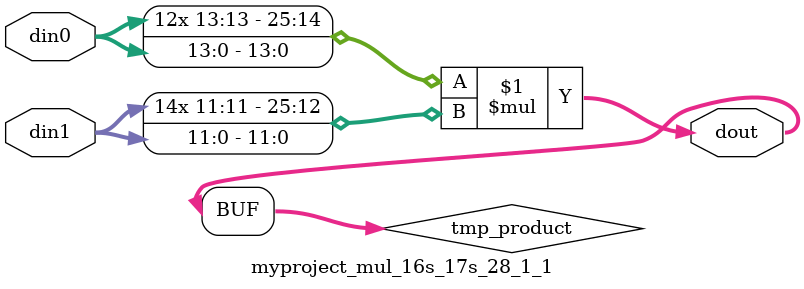
<source format=v>

`timescale 1 ns / 1 ps

  module myproject_mul_16s_17s_28_1_1(din0, din1, dout);
parameter ID = 1;
parameter NUM_STAGE = 0;
parameter din0_WIDTH = 14;
parameter din1_WIDTH = 12;
parameter dout_WIDTH = 26;

input [din0_WIDTH - 1 : 0] din0; 
input [din1_WIDTH - 1 : 0] din1; 
output [dout_WIDTH - 1 : 0] dout;

wire signed [dout_WIDTH - 1 : 0] tmp_product;













assign tmp_product = $signed(din0) * $signed(din1);








assign dout = tmp_product;







endmodule

</source>
